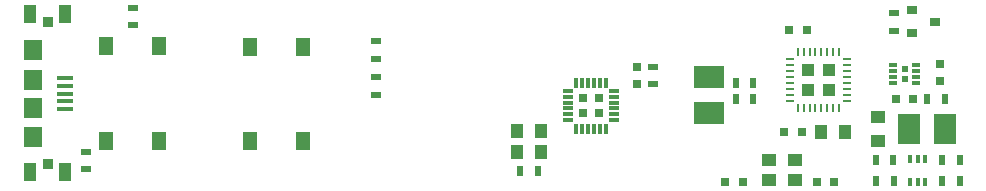
<source format=gbr>
G04 #@! TF.GenerationSoftware,KiCad,Pcbnew,(5.0.0)*
G04 #@! TF.CreationDate,2019-05-10T09:44:01+02:00*
G04 #@! TF.ProjectId,3dsimo_kit,336473696D6F5F6B69742E6B69636164,200A*
G04 #@! TF.SameCoordinates,Original*
G04 #@! TF.FileFunction,Paste,Top*
G04 #@! TF.FilePolarity,Positive*
%FSLAX46Y46*%
G04 Gerber Fmt 4.6, Leading zero omitted, Abs format (unit mm)*
G04 Created by KiCad (PCBNEW (5.0.0)) date 05/10/19 09:44:01*
%MOMM*%
%LPD*%
G01*
G04 APERTURE LIST*
%ADD10R,0.900000X0.500000*%
%ADD11R,0.750000X0.800000*%
%ADD12R,1.950000X2.500000*%
%ADD13R,2.500000X1.950000*%
%ADD14R,1.300000X1.100000*%
%ADD15R,0.800000X0.750000*%
%ADD16R,1.250000X1.000000*%
%ADD17R,1.500000X1.800000*%
%ADD18R,1.450000X0.450000*%
%ADD19R,0.780000X0.780000*%
%ADD20R,0.300000X0.850000*%
%ADD21R,0.850000X0.300000*%
%ADD22R,1.035000X1.035000*%
%ADD23R,0.700000X0.250000*%
%ADD24R,0.250000X0.700000*%
%ADD25R,0.900000X0.900000*%
%ADD26R,1.100000X1.500000*%
%ADD27R,0.400000X0.650000*%
%ADD28R,1.000000X1.250000*%
%ADD29R,0.500000X0.900000*%
%ADD30R,1.300000X1.550000*%
%ADD31R,0.540000X0.510000*%
%ADD32R,0.650000X0.350000*%
%ADD33R,0.900000X0.800000*%
G04 APERTURE END LIST*
D10*
G04 #@! TO.C,R15*
X71500000Y-67550000D03*
X71500000Y-69050000D03*
G04 #@! TD*
G04 #@! TO.C,R8*
X119550000Y-60350000D03*
X119550000Y-61850000D03*
G04 #@! TD*
D11*
G04 #@! TO.C,C11*
X118200000Y-61850000D03*
X118200000Y-60350000D03*
G04 #@! TD*
D12*
G04 #@! TO.C,C13*
X144275000Y-65650000D03*
X141225000Y-65650000D03*
G04 #@! TD*
D13*
G04 #@! TO.C,C12*
X124300000Y-61225000D03*
X124300000Y-64275000D03*
G04 #@! TD*
D14*
G04 #@! TO.C,X2*
X129400000Y-69950000D03*
X131600000Y-69950000D03*
X131600000Y-68250000D03*
X129400000Y-68250000D03*
G04 #@! TD*
D15*
G04 #@! TO.C,C10*
X134900000Y-70100000D03*
X133400000Y-70100000D03*
G04 #@! TD*
G04 #@! TO.C,C9*
X125650000Y-70100000D03*
X127150000Y-70100000D03*
G04 #@! TD*
D16*
G04 #@! TO.C,C8*
X138600000Y-66650000D03*
X138600000Y-64650000D03*
G04 #@! TD*
D17*
G04 #@! TO.C,J2*
X67075000Y-66350000D03*
X67075000Y-63850000D03*
X67075000Y-61450000D03*
X67075000Y-58950000D03*
D18*
X69750000Y-63950000D03*
X69750000Y-63300000D03*
X69750000Y-62650000D03*
X69750000Y-62000000D03*
X69750000Y-61350000D03*
G04 #@! TD*
D19*
G04 #@! TO.C,U4*
X113650000Y-63000000D03*
X113650000Y-64300000D03*
X114950000Y-63000000D03*
X114950000Y-64300000D03*
D20*
X113050000Y-61700000D03*
X113550000Y-61700000D03*
X114050000Y-61700000D03*
X114550000Y-61700000D03*
X115050000Y-61700000D03*
X115550000Y-61700000D03*
D21*
X116250000Y-62400000D03*
X116250000Y-62900000D03*
X116250000Y-63400000D03*
X116250000Y-63900000D03*
X116250000Y-64400000D03*
X116250000Y-64900000D03*
D20*
X115550000Y-65600000D03*
X115050000Y-65600000D03*
X114550000Y-65600000D03*
X114050000Y-65600000D03*
X113550000Y-65600000D03*
X113050000Y-65600000D03*
D21*
X112350000Y-64900000D03*
X112350000Y-64400000D03*
X112350000Y-63900000D03*
X112350000Y-63400000D03*
X112350000Y-62900000D03*
X112350000Y-62400000D03*
G04 #@! TD*
D22*
G04 #@! TO.C,U3*
X132687500Y-62362500D03*
X134412500Y-62362500D03*
X132687500Y-60637500D03*
X134412500Y-60637500D03*
D23*
X131150000Y-63250000D03*
X131150000Y-62750000D03*
X131150000Y-62250000D03*
X131150000Y-61750000D03*
X131150000Y-61250000D03*
X131150000Y-60750000D03*
X131150000Y-60250000D03*
X131150000Y-59750000D03*
D24*
X131800000Y-59100000D03*
X132300000Y-59100000D03*
X132800000Y-59100000D03*
X133300000Y-59100000D03*
X133800000Y-59100000D03*
X134300000Y-59100000D03*
X134800000Y-59100000D03*
X135300000Y-59100000D03*
D23*
X135950000Y-59750000D03*
X135950000Y-60250000D03*
X135950000Y-60750000D03*
X135950000Y-61250000D03*
X135950000Y-61750000D03*
X135950000Y-62250000D03*
X135950000Y-62750000D03*
X135950000Y-63250000D03*
D24*
X135300000Y-63900000D03*
X134800000Y-63900000D03*
X134300000Y-63900000D03*
X133800000Y-63900000D03*
X133300000Y-63900000D03*
X132800000Y-63900000D03*
X132300000Y-63900000D03*
X131800000Y-63900000D03*
G04 #@! TD*
D25*
G04 #@! TO.C,D1*
X68300000Y-56550000D03*
D26*
X69800000Y-55900000D03*
X66800000Y-55900000D03*
G04 #@! TD*
D25*
G04 #@! TO.C,D2*
X68300000Y-68600000D03*
D26*
X66800000Y-69250000D03*
X69800000Y-69250000D03*
G04 #@! TD*
D27*
G04 #@! TO.C,Q2*
X141300000Y-70100000D03*
X142600000Y-70100000D03*
X141950000Y-68200000D03*
X141950000Y-70100000D03*
X142600000Y-68200000D03*
X141300000Y-68200000D03*
G04 #@! TD*
D15*
G04 #@! TO.C,C5*
X130650000Y-65850000D03*
X132150000Y-65850000D03*
G04 #@! TD*
D28*
G04 #@! TO.C,C4*
X133800000Y-65850000D03*
X135800000Y-65850000D03*
G04 #@! TD*
G04 #@! TO.C,C6*
X110050000Y-65800000D03*
X108050000Y-65800000D03*
G04 #@! TD*
G04 #@! TO.C,C7*
X108050000Y-67550000D03*
X110050000Y-67550000D03*
G04 #@! TD*
D29*
G04 #@! TO.C,R10*
X145550000Y-70000000D03*
X144050000Y-70000000D03*
G04 #@! TD*
D10*
G04 #@! TO.C,R14*
X75550000Y-56850000D03*
X75550000Y-55350000D03*
G04 #@! TD*
D29*
G04 #@! TO.C,R13*
X144250000Y-63100000D03*
X142750000Y-63100000D03*
G04 #@! TD*
G04 #@! TO.C,R11*
X108300000Y-69200000D03*
X109800000Y-69200000D03*
G04 #@! TD*
G04 #@! TO.C,R7*
X139950000Y-70000000D03*
X138450000Y-70000000D03*
G04 #@! TD*
G04 #@! TO.C,R6*
X126550000Y-63100000D03*
X128050000Y-63100000D03*
G04 #@! TD*
G04 #@! TO.C,R5*
X128050000Y-61700000D03*
X126550000Y-61700000D03*
G04 #@! TD*
G04 #@! TO.C,R12*
X138400000Y-68300000D03*
X139900000Y-68300000D03*
G04 #@! TD*
D15*
G04 #@! TO.C,C3*
X140100000Y-63100000D03*
X141600000Y-63100000D03*
G04 #@! TD*
D30*
G04 #@! TO.C,SW2*
X85425000Y-58675000D03*
X89925000Y-58675000D03*
X85425000Y-66675000D03*
X89925000Y-66675000D03*
G04 #@! TD*
G04 #@! TO.C,SW1*
X77700000Y-66650000D03*
X73200000Y-66650000D03*
X77700000Y-58650000D03*
X73200000Y-58650000D03*
G04 #@! TD*
D31*
G04 #@! TO.C,U1*
X140850000Y-61425000D03*
X140850000Y-60575000D03*
D32*
X139850000Y-61750000D03*
X139850000Y-61250000D03*
X139850000Y-60750000D03*
X139850000Y-60250000D03*
X141850000Y-60250000D03*
X141850000Y-60750000D03*
X141850000Y-61250000D03*
X141850000Y-61750000D03*
G04 #@! TD*
D33*
G04 #@! TO.C,Q1*
X141450000Y-55600000D03*
X141450000Y-57500000D03*
X143450000Y-56550000D03*
G04 #@! TD*
D15*
G04 #@! TO.C,C2*
X131050000Y-57250000D03*
X132550000Y-57250000D03*
G04 #@! TD*
D11*
G04 #@! TO.C,C1*
X143850000Y-61600000D03*
X143850000Y-60100000D03*
G04 #@! TD*
D10*
G04 #@! TO.C,R3*
X139950000Y-55800000D03*
X139950000Y-57300000D03*
G04 #@! TD*
D29*
G04 #@! TO.C,R4*
X145550000Y-68300000D03*
X144050000Y-68300000D03*
G04 #@! TD*
D10*
G04 #@! TO.C,R1*
X96100000Y-62775000D03*
X96100000Y-61275000D03*
G04 #@! TD*
G04 #@! TO.C,R2*
X96100000Y-58175000D03*
X96100000Y-59675000D03*
G04 #@! TD*
M02*

</source>
